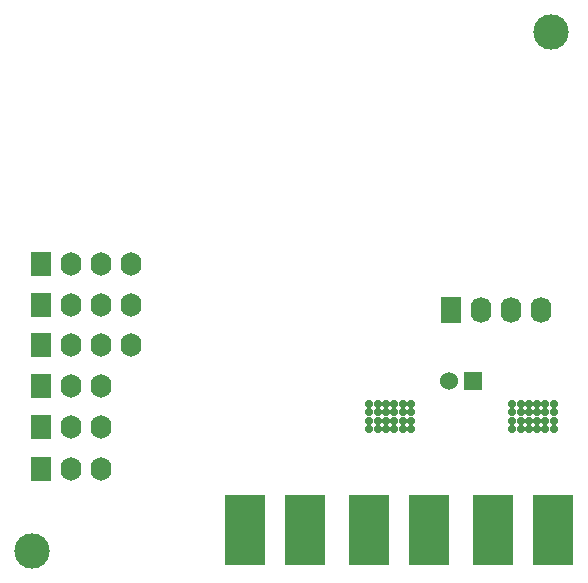
<source format=gbr>
%TF.GenerationSoftware,KiCad,Pcbnew,7.0.1*%
%TF.CreationDate,2023-08-30T02:05:44-03:00*%
%TF.ProjectId,RobotLaberinto_PCB,526f626f-744c-4616-9265-72696e746f5f,rev?*%
%TF.SameCoordinates,Original*%
%TF.FileFunction,Soldermask,Bot*%
%TF.FilePolarity,Negative*%
%FSLAX46Y46*%
G04 Gerber Fmt 4.6, Leading zero omitted, Abs format (unit mm)*
G04 Created by KiCad (PCBNEW 7.0.1) date 2023-08-30 02:05:44*
%MOMM*%
%LPD*%
G01*
G04 APERTURE LIST*
%ADD10C,2.999740*%
%ADD11C,0.700000*%
%ADD12R,3.500000X5.960000*%
%ADD13R,1.750000X2.000000*%
%ADD14O,1.750000X2.000000*%
%ADD15R,1.524000X1.524000*%
%ADD16C,1.524000*%
%ADD17R,1.750000X2.200000*%
%ADD18O,1.750000X2.200000*%
G04 APERTURE END LIST*
D10*
%TO.C,H1*%
X157000000Y-83000000D03*
%TD*%
D11*
%TO.C,J7*%
X130200000Y-122580000D03*
X130200000Y-123200000D03*
X130200000Y-123800000D03*
X130200000Y-124420000D03*
X130800000Y-122580000D03*
X130800000Y-123200000D03*
X130800000Y-123800000D03*
X130800000Y-124420000D03*
D12*
X131060000Y-125180000D03*
D11*
X131400000Y-122560000D03*
X131400000Y-123180000D03*
X131400000Y-123780000D03*
X131400000Y-124400000D03*
X132000000Y-122580000D03*
X132000000Y-123200000D03*
X132000000Y-123800000D03*
X132000000Y-124420000D03*
X135300000Y-122580000D03*
X135300000Y-123200000D03*
X135300000Y-123800000D03*
X135300000Y-124420000D03*
X135900000Y-122580000D03*
X135900000Y-123200000D03*
X135900000Y-123800000D03*
X135900000Y-124420000D03*
D12*
X136140000Y-125180000D03*
D11*
X136500000Y-122580000D03*
X136500000Y-123200000D03*
X136500000Y-123800000D03*
X136500000Y-124420000D03*
X137100000Y-122580000D03*
X137100000Y-123200000D03*
X137100000Y-123800000D03*
X137100000Y-124420000D03*
%TD*%
D13*
%TO.C,J3*%
X113780000Y-109500000D03*
D14*
X116320000Y-109500000D03*
X118860000Y-109500000D03*
X121400000Y-109500000D03*
%TD*%
D11*
%TO.C,U6*%
X145095000Y-116626600D03*
X145095000Y-115926600D03*
X145095000Y-115226600D03*
X145095000Y-114526600D03*
X144395000Y-116626600D03*
X144395000Y-115926600D03*
X144395000Y-115226600D03*
X144395000Y-114526600D03*
X143695000Y-116626600D03*
X143695000Y-115926600D03*
X143695000Y-115226600D03*
X143695000Y-114526600D03*
X142995000Y-116626600D03*
X142995000Y-115926600D03*
X142995000Y-115226600D03*
X142995000Y-114526600D03*
X142295000Y-116626600D03*
X142295000Y-115926600D03*
X142295000Y-115226600D03*
X142295000Y-114526600D03*
X141595000Y-116626600D03*
X141595000Y-115926600D03*
X141595000Y-115226600D03*
X141595000Y-114526600D03*
%TD*%
D13*
%TO.C,J6*%
X113760000Y-120000000D03*
D14*
X116300000Y-120000000D03*
X118840000Y-120000000D03*
%TD*%
D11*
%TO.C,J8*%
X140700000Y-122580000D03*
X140700000Y-123200000D03*
X140700000Y-123800000D03*
X140700000Y-124420000D03*
X141300000Y-122580000D03*
X141300000Y-123200000D03*
X141300000Y-123800000D03*
X141300000Y-124420000D03*
D12*
X141560000Y-125180000D03*
D11*
X141900000Y-122560000D03*
X141900000Y-123180000D03*
X141900000Y-123780000D03*
X141900000Y-124400000D03*
X142500000Y-122580000D03*
X142500000Y-123200000D03*
X142500000Y-123800000D03*
X142500000Y-124420000D03*
X145800000Y-122580000D03*
X145800000Y-123200000D03*
X145800000Y-123800000D03*
X145800000Y-124420000D03*
X146400000Y-122580000D03*
X146400000Y-123200000D03*
X146400000Y-123800000D03*
X146400000Y-124420000D03*
D12*
X146640000Y-125180000D03*
D11*
X147000000Y-122580000D03*
X147000000Y-123200000D03*
X147000000Y-123800000D03*
X147000000Y-124420000D03*
X147600000Y-122580000D03*
X147600000Y-123200000D03*
X147600000Y-123800000D03*
X147600000Y-124420000D03*
%TD*%
D13*
%TO.C,J4*%
X113760000Y-113000000D03*
D14*
X116300000Y-113000000D03*
X118840000Y-113000000D03*
%TD*%
D11*
%TO.C,J9*%
X151200000Y-122580000D03*
X151200000Y-123200000D03*
X151200000Y-123800000D03*
X151200000Y-124420000D03*
X151800000Y-122580000D03*
X151800000Y-123200000D03*
X151800000Y-123800000D03*
X151800000Y-124420000D03*
D12*
X152060000Y-125180000D03*
D11*
X152400000Y-122560000D03*
X152400000Y-123180000D03*
X152400000Y-123780000D03*
X152400000Y-124400000D03*
X153000000Y-122580000D03*
X153000000Y-123200000D03*
X153000000Y-123800000D03*
X153000000Y-124420000D03*
X156300000Y-122580000D03*
X156300000Y-123200000D03*
X156300000Y-123800000D03*
X156300000Y-124420000D03*
X156900000Y-122580000D03*
X156900000Y-123200000D03*
X156900000Y-123800000D03*
X156900000Y-124420000D03*
D12*
X157140000Y-125180000D03*
D11*
X157500000Y-122580000D03*
X157500000Y-123200000D03*
X157500000Y-123800000D03*
X157500000Y-124420000D03*
X158100000Y-122580000D03*
X158100000Y-123200000D03*
X158100000Y-123800000D03*
X158100000Y-124420000D03*
%TD*%
D13*
%TO.C,J2*%
X113780000Y-106100000D03*
D14*
X116320000Y-106100000D03*
X118860000Y-106100000D03*
X121400000Y-106100000D03*
%TD*%
D10*
%TO.C,H2*%
X113000000Y-127000000D03*
%TD*%
D15*
%TO.C,C1*%
X150345000Y-112600000D03*
D16*
X148345000Y-112600000D03*
%TD*%
D13*
%TO.C,J5*%
X113760000Y-116500000D03*
D14*
X116300000Y-116500000D03*
X118840000Y-116500000D03*
%TD*%
D11*
%TO.C,U5*%
X157195000Y-116626600D03*
X157195000Y-115926600D03*
X157195000Y-115226600D03*
X157195000Y-114526600D03*
X156495000Y-116626600D03*
X156495000Y-115926600D03*
X156495000Y-115226600D03*
X156495000Y-114526600D03*
X155795000Y-116626600D03*
X155795000Y-115926600D03*
X155795000Y-115226600D03*
X155795000Y-114526600D03*
X155095000Y-116626600D03*
X155095000Y-115926600D03*
X155095000Y-115226600D03*
X155095000Y-114526600D03*
X154395000Y-116626600D03*
X154395000Y-115926600D03*
X154395000Y-115226600D03*
X154395000Y-114526600D03*
X153695000Y-116626600D03*
X153695000Y-115926600D03*
X153695000Y-115226600D03*
X153695000Y-114526600D03*
%TD*%
D13*
%TO.C,J1*%
X113780000Y-102700000D03*
D14*
X116320000Y-102700000D03*
X118860000Y-102700000D03*
X121400000Y-102700000D03*
%TD*%
D17*
%TO.C,Programador1*%
X148490000Y-106600000D03*
D18*
X151030000Y-106600000D03*
X153570000Y-106600000D03*
X156110000Y-106600000D03*
%TD*%
M02*

</source>
